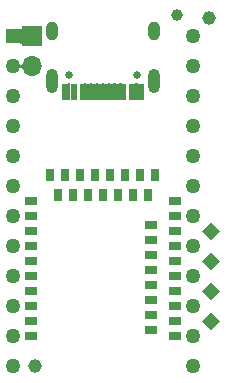
<source format=gbr>
G04 #@! TF.GenerationSoftware,KiCad,Pcbnew,(5.1.10)-1*
G04 #@! TF.CreationDate,2021-09-27T22:25:22-06:00*
G04 #@! TF.ProjectId,BlueMicro833_vddh,426c7565-4d69-4637-926f-3833335f7664,rev?*
G04 #@! TF.SameCoordinates,Original*
G04 #@! TF.FileFunction,Soldermask,Bot*
G04 #@! TF.FilePolarity,Negative*
%FSLAX46Y46*%
G04 Gerber Fmt 4.6, Leading zero omitted, Abs format (unit mm)*
G04 Created by KiCad (PCBNEW (5.1.10)-1) date 2021-09-27 22:25:22*
%MOMM*%
%LPD*%
G01*
G04 APERTURE LIST*
%ADD10C,1.152000*%
%ADD11C,1.270000*%
%ADD12R,1.250000X1.250000*%
%ADD13R,0.600000X1.450000*%
%ADD14R,0.300000X1.450000*%
%ADD15O,1.000000X2.100000*%
%ADD16C,0.650000*%
%ADD17O,1.000000X1.600000*%
%ADD18R,1.000000X0.650000*%
%ADD19R,0.650000X1.000000*%
%ADD20C,1.000000*%
%ADD21C,0.100000*%
%ADD22R,1.700000X1.700000*%
%ADD23O,1.700000X1.700000*%
G04 APERTURE END LIST*
D10*
X98086533Y-140292775D03*
X112818533Y-110828775D03*
D11*
X111421533Y-112352775D03*
X111421533Y-114892775D03*
X111421533Y-117432775D03*
X111421533Y-119972775D03*
X111421533Y-122512775D03*
X111421533Y-125052775D03*
X111421533Y-127592775D03*
X111421533Y-130132775D03*
X111421533Y-132672775D03*
X111421533Y-135212775D03*
X111421533Y-137752775D03*
X111421533Y-140292775D03*
X96181533Y-140292775D03*
X96181533Y-137752775D03*
X96181533Y-135212775D03*
X96181533Y-132672775D03*
X96181533Y-130132775D03*
X96181533Y-127592775D03*
X96181533Y-125052775D03*
X96181533Y-122512775D03*
X96181533Y-119972775D03*
X96181533Y-117432775D03*
X96181533Y-114892775D03*
D12*
X96181533Y-112352775D03*
D13*
X107051533Y-117032775D03*
X106251533Y-117032775D03*
X101351533Y-117032775D03*
X100551533Y-117032775D03*
X100551533Y-117032775D03*
X101351533Y-117032775D03*
X106251533Y-117032775D03*
X107051533Y-117032775D03*
D14*
X102051533Y-117032775D03*
X102551533Y-117032775D03*
X103051533Y-117032775D03*
X104051533Y-117032775D03*
X104551533Y-117032775D03*
X105051533Y-117032775D03*
X105551533Y-117032775D03*
X103551533Y-117032775D03*
D15*
X108121533Y-116117775D03*
X99481533Y-116117775D03*
D16*
X100911533Y-115587775D03*
D17*
X99481533Y-111937775D03*
D16*
X106691533Y-115587775D03*
D17*
X108121533Y-111937775D03*
D18*
X107842533Y-128354775D03*
X97682533Y-126322775D03*
X97682533Y-127592775D03*
X97682533Y-128862775D03*
X97682533Y-130132775D03*
X97682533Y-131402775D03*
X97682533Y-132672775D03*
X97682533Y-133942775D03*
X97682533Y-135212775D03*
X97682533Y-136482775D03*
X97682533Y-137752775D03*
X109920533Y-130132775D03*
X109920533Y-137752775D03*
X109920533Y-131402775D03*
X109920533Y-136482775D03*
X109920533Y-135212775D03*
X109920533Y-133942775D03*
X109920533Y-128862775D03*
X109920533Y-132672775D03*
X109920533Y-127592775D03*
X109920533Y-126322775D03*
D19*
X106951533Y-124103775D03*
X99331533Y-124103775D03*
X105681533Y-124103775D03*
X100601533Y-124103775D03*
X101871533Y-124103775D03*
X103141533Y-124103775D03*
X108221533Y-124103775D03*
X104411533Y-124103775D03*
D18*
X107842533Y-129624775D03*
X107842533Y-130894775D03*
X107842533Y-132164775D03*
X107842533Y-133434775D03*
X107842533Y-134704775D03*
X107842533Y-135974775D03*
X107842533Y-137244775D03*
D19*
X101238533Y-125814775D03*
X99968533Y-125814775D03*
X105048533Y-125814775D03*
X102508533Y-125814775D03*
X106318533Y-125814775D03*
X107588533Y-125814775D03*
X103778533Y-125814775D03*
D20*
X110049933Y-110523975D03*
D21*
G36*
X112945533Y-134720592D02*
G01*
X112167716Y-133942775D01*
X112945533Y-133164958D01*
X113723350Y-133942775D01*
X112945533Y-134720592D01*
G37*
G36*
X112945533Y-137260592D02*
G01*
X112167716Y-136482775D01*
X112945533Y-135704958D01*
X113723350Y-136482775D01*
X112945533Y-137260592D01*
G37*
G36*
X112945533Y-129640592D02*
G01*
X112167716Y-128862775D01*
X112945533Y-128084958D01*
X113723350Y-128862775D01*
X112945533Y-129640592D01*
G37*
G36*
X112945533Y-132180592D02*
G01*
X112167716Y-131402775D01*
X112945533Y-130624958D01*
X113723350Y-131402775D01*
X112945533Y-132180592D01*
G37*
D22*
X97832533Y-112352775D03*
D23*
X97832533Y-114892775D03*
D21*
G36*
X106753265Y-116306775D02*
G01*
X106753533Y-116307775D01*
X106753533Y-117757775D01*
X106752533Y-117759507D01*
X106751533Y-117759775D01*
X106551533Y-117759775D01*
X106549801Y-117758775D01*
X106549533Y-117757775D01*
X106549533Y-116307775D01*
X106550533Y-116306043D01*
X106551533Y-116305775D01*
X106751533Y-116305775D01*
X106753265Y-116306775D01*
G37*
G36*
X105403265Y-116306775D02*
G01*
X105403533Y-116307775D01*
X105403533Y-117757775D01*
X105402533Y-117759507D01*
X105401533Y-117759775D01*
X105201533Y-117759775D01*
X105199801Y-117758775D01*
X105199533Y-117757775D01*
X105199533Y-116307775D01*
X105200533Y-116306043D01*
X105201533Y-116305775D01*
X105401533Y-116305775D01*
X105403265Y-116306775D01*
G37*
G36*
X104903265Y-116306775D02*
G01*
X104903533Y-116307775D01*
X104903533Y-117757775D01*
X104902533Y-117759507D01*
X104901533Y-117759775D01*
X104701533Y-117759775D01*
X104699801Y-117758775D01*
X104699533Y-117757775D01*
X104699533Y-116307775D01*
X104700533Y-116306043D01*
X104701533Y-116305775D01*
X104901533Y-116305775D01*
X104903265Y-116306775D01*
G37*
G36*
X104403265Y-116306775D02*
G01*
X104403533Y-116307775D01*
X104403533Y-117757775D01*
X104402533Y-117759507D01*
X104401533Y-117759775D01*
X104201533Y-117759775D01*
X104199801Y-117758775D01*
X104199533Y-117757775D01*
X104199533Y-116307775D01*
X104200533Y-116306043D01*
X104201533Y-116305775D01*
X104401533Y-116305775D01*
X104403265Y-116306775D01*
G37*
G36*
X103903265Y-116306775D02*
G01*
X103903533Y-116307775D01*
X103903533Y-117757775D01*
X103902533Y-117759507D01*
X103901533Y-117759775D01*
X103701533Y-117759775D01*
X103699801Y-117758775D01*
X103699533Y-117757775D01*
X103699533Y-116307775D01*
X103700533Y-116306043D01*
X103701533Y-116305775D01*
X103901533Y-116305775D01*
X103903265Y-116306775D01*
G37*
G36*
X103403265Y-116306775D02*
G01*
X103403533Y-116307775D01*
X103403533Y-117757775D01*
X103402533Y-117759507D01*
X103401533Y-117759775D01*
X103201533Y-117759775D01*
X103199801Y-117758775D01*
X103199533Y-117757775D01*
X103199533Y-116307775D01*
X103200533Y-116306043D01*
X103201533Y-116305775D01*
X103401533Y-116305775D01*
X103403265Y-116306775D01*
G37*
G36*
X102903265Y-116306775D02*
G01*
X102903533Y-116307775D01*
X102903533Y-117757775D01*
X102902533Y-117759507D01*
X102901533Y-117759775D01*
X102701533Y-117759775D01*
X102699801Y-117758775D01*
X102699533Y-117757775D01*
X102699533Y-116307775D01*
X102700533Y-116306043D01*
X102701533Y-116305775D01*
X102901533Y-116305775D01*
X102903265Y-116306775D01*
G37*
G36*
X102403265Y-116306775D02*
G01*
X102403533Y-116307775D01*
X102403533Y-117757775D01*
X102402533Y-117759507D01*
X102401533Y-117759775D01*
X102201533Y-117759775D01*
X102199801Y-117758775D01*
X102199533Y-117757775D01*
X102199533Y-116307775D01*
X102200533Y-116306043D01*
X102201533Y-116305775D01*
X102401533Y-116305775D01*
X102403265Y-116306775D01*
G37*
G36*
X101053265Y-116306775D02*
G01*
X101053533Y-116307775D01*
X101053533Y-117757775D01*
X101052533Y-117759507D01*
X101051533Y-117759775D01*
X100851533Y-117759775D01*
X100849801Y-117758775D01*
X100849533Y-117757775D01*
X100849533Y-116307775D01*
X100850533Y-116306043D01*
X100851533Y-116305775D01*
X101051533Y-116305775D01*
X101053265Y-116306775D01*
G37*
G36*
X97016420Y-114665651D02*
G01*
X97016922Y-114667408D01*
X96988626Y-114809659D01*
X96988626Y-114975891D01*
X97016922Y-115118142D01*
X97016279Y-115120036D01*
X97014317Y-115120426D01*
X97013046Y-115119113D01*
X97007771Y-115101724D01*
X96996406Y-115080460D01*
X96981111Y-115061823D01*
X96962474Y-115046528D01*
X96941210Y-115035163D01*
X96918135Y-115028163D01*
X96894144Y-115025800D01*
X96870153Y-115028163D01*
X96847078Y-115035163D01*
X96825814Y-115046528D01*
X96807177Y-115061823D01*
X96791882Y-115080460D01*
X96783319Y-115096482D01*
X96781620Y-115097538D01*
X96779857Y-115096595D01*
X96779707Y-115094774D01*
X96787266Y-115076524D01*
X96811475Y-114954817D01*
X96811475Y-114830733D01*
X96787266Y-114709026D01*
X96779707Y-114690776D01*
X96779968Y-114688793D01*
X96781816Y-114688028D01*
X96783319Y-114689068D01*
X96791882Y-114705090D01*
X96807178Y-114723727D01*
X96825815Y-114739022D01*
X96847078Y-114750387D01*
X96870153Y-114757387D01*
X96894144Y-114759750D01*
X96918135Y-114757387D01*
X96941210Y-114750387D01*
X96962474Y-114739022D01*
X96981111Y-114723726D01*
X96996406Y-114705089D01*
X97007771Y-114683826D01*
X97013046Y-114666437D01*
X97014506Y-114665070D01*
X97016420Y-114665651D01*
G37*
G36*
X96983698Y-111601150D02*
G01*
X96984533Y-111602776D01*
X96984533Y-113102774D01*
X96983533Y-113104506D01*
X96981533Y-113104506D01*
X96980543Y-113102970D01*
X96978161Y-113078783D01*
X96971161Y-113055708D01*
X96959796Y-113034444D01*
X96944501Y-113015807D01*
X96925864Y-113000512D01*
X96904600Y-112989147D01*
X96881525Y-112982147D01*
X96857440Y-112979775D01*
X96806533Y-112979775D01*
X96804801Y-112978775D01*
X96804533Y-112977775D01*
X96804533Y-111727775D01*
X96805533Y-111726043D01*
X96806533Y-111725775D01*
X96857440Y-111725775D01*
X96881525Y-111723403D01*
X96904600Y-111716403D01*
X96925864Y-111705038D01*
X96944501Y-111689743D01*
X96959796Y-111671106D01*
X96971161Y-111649842D01*
X96978161Y-111626767D01*
X96980543Y-111602580D01*
X96981708Y-111600954D01*
X96983698Y-111601150D01*
G37*
M02*

</source>
